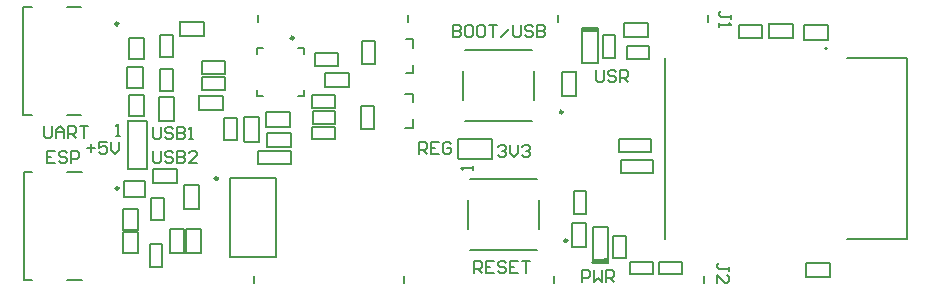
<source format=gto>
G04*
G04 #@! TF.GenerationSoftware,Altium Limited,Altium Designer,24.5.2 (23)*
G04*
G04 Layer_Color=65535*
%FSLAX25Y25*%
%MOIN*%
G70*
G04*
G04 #@! TF.SameCoordinates,906D8F54-8257-410E-A491-0C3AE59FFD44*
G04*
G04*
G04 #@! TF.FilePolarity,Positive*
G04*
G01*
G75*
%ADD10C,0.00984*%
%ADD11C,0.00600*%
%ADD12C,0.00787*%
%ADD13C,0.00500*%
%ADD14R,0.01500X0.01200*%
%ADD15R,0.05000X0.01500*%
%ADD16R,0.00100X0.00200*%
%ADD17R,0.00100X0.00100*%
D10*
X28604Y41679D02*
G03*
X28604Y41679I-492J0D01*
G01*
X176658Y67142D02*
G03*
X176658Y67142I-492J0D01*
G01*
X178158Y24242D02*
G03*
X178158Y24242I-492J0D01*
G01*
X28532Y96571D02*
G03*
X28532Y96571I-492J0D01*
G01*
X86929Y91860D02*
G03*
X86929Y91860I-492J0D01*
G01*
X61689Y44992D02*
G03*
X61689Y44992I-492J0D01*
G01*
D11*
X42200Y64300D02*
G03*
X42300Y64200I100J0D01*
G01*
X37000Y91700D02*
G03*
X36900Y91800I-100J0D01*
G01*
X31500Y75100D02*
G03*
X31600Y75000I100J0D01*
G01*
X37000Y72600D02*
G03*
X36900Y72700I-100J0D01*
G01*
X35100Y34679D02*
G03*
X35000Y34780I-100J0D01*
G01*
X29900Y20321D02*
G03*
X30000Y20221I100J0D01*
G01*
X37400Y38900D02*
G03*
X37500Y39000I0J100D01*
G01*
X85600Y62300D02*
G03*
X85700Y62400I0J100D01*
G01*
X85900Y55400D02*
G03*
X86000Y55500I0J100D01*
G01*
X55400Y72500D02*
G03*
X55300Y72400I0J-100D01*
G01*
X70500Y57400D02*
G03*
X70600Y57300I100J0D01*
G01*
X105368Y75500D02*
G03*
X105468Y75600I0J100D01*
G01*
X56000Y28100D02*
G03*
X55900Y28200I-100J0D01*
G01*
X50400Y28032D02*
G03*
X50300Y28132I-100J0D01*
G01*
X50500Y34900D02*
G03*
X50600Y34800I100J0D01*
G01*
X48100Y43500D02*
G03*
X48200Y43600I0J100D01*
G01*
X265100Y91300D02*
G03*
X265200Y91400I0J100D01*
G01*
X257800Y16800D02*
G03*
X257700Y16700I0J-100D01*
G01*
X49200Y97300D02*
G03*
X49100Y97200I0J-100D01*
G01*
X205100Y92000D02*
G03*
X205200Y92100I0J100D01*
G01*
X245400Y96500D02*
G03*
X245300Y96400I0J-100D01*
G01*
X179600Y22168D02*
G03*
X179700Y22068I100J0D01*
G01*
X181200Y80500D02*
G03*
X181100Y80600I-100J0D01*
G01*
X188300Y95070D02*
G03*
X188100Y95270I-200J0D01*
G01*
X186600Y16970D02*
G03*
X186800Y16770I200J0D01*
G01*
X31700Y64200D02*
G03*
X31600Y64100I0J-100D01*
G01*
X141800Y51700D02*
G03*
X141900Y51600I100J0D01*
G01*
X79100Y49800D02*
X86107D01*
X79100Y54200D02*
X86107D01*
Y49800D02*
Y54000D01*
X75121Y54200D02*
X82621D01*
X75121Y49800D02*
Y54200D01*
Y49800D02*
X82621D01*
X73600Y10100D02*
Y12600D01*
X123600Y10100D02*
Y12600D01*
X173600Y10100D02*
Y12600D01*
X223600Y10100D02*
Y12600D01*
X75000Y97000D02*
Y99500D01*
X125000Y97000D02*
Y99500D01*
X175000Y97000D02*
Y99500D01*
X225000Y97000D02*
Y99500D01*
X39400Y31000D02*
Y38500D01*
X43600D01*
Y31000D02*
Y38500D01*
X39400Y31000D02*
X43600D01*
X180300Y33200D02*
Y40700D01*
X184500D01*
Y33200D02*
Y40700D01*
X180300Y33200D02*
X184500D01*
X56407Y74500D02*
X63907D01*
X56407D02*
Y78700D01*
X63907D01*
Y74500D02*
Y78700D01*
X235400Y96000D02*
X242900D01*
Y91800D02*
Y96000D01*
X235400Y91800D02*
X242900D01*
X235400D02*
Y96000D01*
X42300Y64200D02*
X47000D01*
Y72300D01*
X42200D02*
X47000D01*
X42200Y64300D02*
Y72300D01*
X31900Y91800D02*
X36900D01*
X31900Y84800D02*
Y91800D01*
Y84800D02*
X37000D01*
Y91700D01*
X31500Y75100D02*
Y82000D01*
X36600D01*
Y75000D02*
Y82000D01*
X31600Y75000D02*
X36600D01*
X31900Y72700D02*
X36900D01*
X31900Y65700D02*
Y72700D01*
Y65700D02*
X37000D01*
Y72600D01*
X35100Y27779D02*
Y34679D01*
X30000Y27779D02*
X35100D01*
X30000D02*
Y34780D01*
X35000D01*
X30000Y20221D02*
X35000D01*
Y27220D01*
X29900D02*
X35000D01*
X29900Y20321D02*
Y27220D01*
X30500Y38900D02*
X37400D01*
X30500D02*
Y44000D01*
X37500D01*
Y39000D02*
Y44000D01*
X85700Y62400D02*
Y67100D01*
X77600D02*
X85700D01*
X77600Y62300D02*
Y67100D01*
Y62300D02*
X85600D01*
X77900Y55400D02*
X85900D01*
X77900D02*
Y60200D01*
X86000D01*
Y55500D02*
Y60200D01*
X55300Y67700D02*
Y72400D01*
Y67700D02*
X63400D01*
Y72500D01*
X55400D02*
X63400D01*
X70500Y57400D02*
Y65400D01*
X75300D01*
Y57300D02*
Y65400D01*
X70600Y57300D02*
X75300D01*
X105468Y75600D02*
Y80300D01*
X97368D02*
X105468D01*
X97368Y75500D02*
Y80300D01*
Y75500D02*
X105368D01*
X56000Y20100D02*
Y28100D01*
X51200Y20100D02*
X56000D01*
X51200D02*
Y28200D01*
X55900D01*
X45600Y28132D02*
X50300D01*
X45600Y20032D02*
Y28132D01*
Y20032D02*
X50400D01*
Y28032D01*
X50500Y34900D02*
Y42900D01*
X55300D01*
Y34800D02*
Y42900D01*
X50600Y34800D02*
X55300D01*
X48200Y43600D02*
Y48300D01*
X40100D02*
X48200D01*
X40100Y43500D02*
Y48300D01*
Y43500D02*
X48100D01*
X257100Y91300D02*
X265100D01*
X257100D02*
Y96100D01*
X265200D01*
Y91400D02*
Y96100D01*
X257700Y12000D02*
Y16700D01*
Y12000D02*
X265800D01*
Y16800D01*
X257800D02*
X265800D01*
X49200Y97300D02*
X57200D01*
Y92500D02*
Y97300D01*
X49100Y92500D02*
X57200D01*
X49100D02*
Y97200D01*
X205200Y92100D02*
Y96800D01*
X197100D02*
X205200D01*
X197100Y92000D02*
Y96800D01*
Y92000D02*
X205100D01*
X245400Y96500D02*
X253400D01*
Y91700D02*
Y96500D01*
X245300Y91700D02*
X253400D01*
X245300D02*
Y96400D01*
X179700Y22068D02*
X184400D01*
Y30168D01*
X179600D02*
X184400D01*
X179600Y22168D02*
Y30168D01*
X181200Y72500D02*
Y80500D01*
X176400Y72500D02*
X181200D01*
X176400D02*
Y80600D01*
X181100D01*
X94200Y82500D02*
Y86700D01*
Y82500D02*
X101700D01*
Y86700D01*
X94200D02*
X101700D01*
X63907Y79900D02*
Y84100D01*
X56407D02*
X63907D01*
X56407Y79900D02*
Y84100D01*
Y79900D02*
X63907D01*
X63800Y57700D02*
X68000D01*
Y65200D01*
X63800D02*
X68000D01*
X63800Y57700D02*
Y65200D01*
X93200Y58000D02*
Y62200D01*
Y58000D02*
X100700D01*
Y62200D01*
X93200D02*
X100700D01*
X93200Y68500D02*
Y72700D01*
Y68500D02*
X100700D01*
Y72700D01*
X93200D02*
X100700D01*
X42500Y92900D02*
X46700D01*
X42500Y85400D02*
Y92900D01*
Y85400D02*
X46700D01*
Y92900D01*
X183200Y95270D02*
X188100D01*
X183200Y83370D02*
Y95270D01*
Y83370D02*
X188300D01*
Y95070D01*
X186800Y16770D02*
X191700D01*
Y28670D01*
X186600D02*
X191700D01*
X186600Y16970D02*
Y28670D01*
X42400Y74100D02*
X46600D01*
Y81600D01*
X42400D02*
X46600D01*
X42400Y74100D02*
Y81600D01*
X189900Y92700D02*
X194100D01*
X189900Y85200D02*
Y92700D01*
Y85200D02*
X194100D01*
Y92700D01*
X193500Y18393D02*
X197700D01*
Y25893D01*
X193500D02*
X197700D01*
X193500Y18393D02*
Y25893D01*
X100800Y63300D02*
Y67500D01*
X93300D02*
X100800D01*
X93300Y63300D02*
Y67500D01*
Y63300D02*
X100800D01*
X39000Y22993D02*
X43200D01*
X39000Y15493D02*
Y22993D01*
Y15493D02*
X43200D01*
Y22993D01*
X206600Y13000D02*
Y17200D01*
X199100D02*
X206600D01*
X199100Y13000D02*
Y17200D01*
Y13000D02*
X206600D01*
X216300Y13100D02*
Y17300D01*
X208800D02*
X216300D01*
X208800Y13100D02*
Y17300D01*
Y13100D02*
X216300D01*
X205400Y84900D02*
Y89100D01*
X197900D02*
X205400D01*
X197900Y84900D02*
Y89100D01*
Y84900D02*
X205400D01*
X206107Y53800D02*
Y58000D01*
X198607D02*
X206107D01*
X198607Y53800D02*
X206107D01*
X109800Y90700D02*
X114000D01*
X109800Y83200D02*
Y90700D01*
Y83200D02*
X114000D01*
Y90700D01*
X206707Y46900D02*
Y51100D01*
X199207D02*
X206707D01*
X199207Y46900D02*
X206707D01*
X195400Y53800D02*
Y58000D01*
Y53800D02*
X202357D01*
X195400Y58000D02*
X202693D01*
X195900Y46900D02*
Y51100D01*
Y46900D02*
X203193D01*
X195900Y51100D02*
X203193D01*
X109500Y61607D02*
X113700D01*
Y69107D01*
X109500D02*
X113700D01*
X109500Y61607D02*
Y69107D01*
X31700Y64200D02*
X38000D01*
Y48100D02*
Y64200D01*
X31600Y48100D02*
X38000D01*
X31600D02*
Y64100D01*
X141900Y51600D02*
X152900D01*
Y58000D01*
X141800D02*
X152900D01*
X141800Y51700D02*
Y58000D01*
X187600Y81099D02*
Y77766D01*
X188267Y77100D01*
X189599D01*
X190266Y77766D01*
Y81099D01*
X194264Y80432D02*
X193598Y81099D01*
X192265D01*
X191599Y80432D01*
Y79766D01*
X192265Y79099D01*
X193598D01*
X194264Y78433D01*
Y77766D01*
X193598Y77100D01*
X192265D01*
X191599Y77766D01*
X195597Y77100D02*
Y81099D01*
X197597D01*
X198263Y80432D01*
Y79099D01*
X197597Y78433D01*
X195597D01*
X196930D02*
X198263Y77100D01*
X183100Y10600D02*
Y14599D01*
X185099D01*
X185766Y13932D01*
Y12599D01*
X185099Y11933D01*
X183100D01*
X187099Y14599D02*
Y10600D01*
X188432Y11933D01*
X189764Y10600D01*
Y14599D01*
X191097Y10600D02*
Y14599D01*
X193097D01*
X193763Y13932D01*
Y12599D01*
X193097Y11933D01*
X191097D01*
X192430D02*
X193763Y10600D01*
X147100Y13600D02*
Y17599D01*
X149099D01*
X149766Y16932D01*
Y15599D01*
X149099Y14933D01*
X147100D01*
X148433D02*
X149766Y13600D01*
X153764Y17599D02*
X151099D01*
Y13600D01*
X153764D01*
X151099Y15599D02*
X152432D01*
X157763Y16932D02*
X157097Y17599D01*
X155764D01*
X155097Y16932D01*
Y16266D01*
X155764Y15599D01*
X157097D01*
X157763Y14933D01*
Y14266D01*
X157097Y13600D01*
X155764D01*
X155097Y14266D01*
X161762Y17599D02*
X159096D01*
Y13600D01*
X161762D01*
X159096Y15599D02*
X160429D01*
X163095Y17599D02*
X165761D01*
X164428D01*
Y13600D01*
X140100Y96099D02*
Y92100D01*
X142099D01*
X142766Y92766D01*
Y93433D01*
X142099Y94099D01*
X140100D01*
X142099D01*
X142766Y94766D01*
Y95432D01*
X142099Y96099D01*
X140100D01*
X146098D02*
X144765D01*
X144099Y95432D01*
Y92766D01*
X144765Y92100D01*
X146098D01*
X146765Y92766D01*
Y95432D01*
X146098Y96099D01*
X150097D02*
X148764D01*
X148097Y95432D01*
Y92766D01*
X148764Y92100D01*
X150097D01*
X150763Y92766D01*
Y95432D01*
X150097Y96099D01*
X152096D02*
X154762D01*
X153429D01*
Y92100D01*
X156095D02*
X158761Y94766D01*
X160094Y96099D02*
Y92766D01*
X160760Y92100D01*
X162093D01*
X162759Y92766D01*
Y96099D01*
X166758Y95432D02*
X166092Y96099D01*
X164759D01*
X164092Y95432D01*
Y94766D01*
X164759Y94099D01*
X166092D01*
X166758Y93433D01*
Y92766D01*
X166092Y92100D01*
X164759D01*
X164092Y92766D01*
X168091Y96099D02*
Y92100D01*
X170090D01*
X170757Y92766D01*
Y93433D01*
X170090Y94099D01*
X168091D01*
X170090D01*
X170757Y94766D01*
Y95432D01*
X170090Y96099D01*
X168091D01*
X128600Y53100D02*
Y57099D01*
X130599D01*
X131266Y56432D01*
Y55099D01*
X130599Y54433D01*
X128600D01*
X129933D02*
X131266Y53100D01*
X135265Y57099D02*
X132599D01*
Y53100D01*
X135265D01*
X132599Y55099D02*
X133932D01*
X139263Y56432D02*
X138597Y57099D01*
X137264D01*
X136597Y56432D01*
Y53766D01*
X137264Y53100D01*
X138597D01*
X139263Y53766D01*
Y55099D01*
X137930D01*
X155100Y55432D02*
X155766Y56099D01*
X157099D01*
X157766Y55432D01*
Y54766D01*
X157099Y54099D01*
X156433D01*
X157099D01*
X157766Y53433D01*
Y52766D01*
X157099Y52100D01*
X155766D01*
X155100Y52766D01*
X159099Y56099D02*
Y53433D01*
X160432Y52100D01*
X161765Y53433D01*
Y56099D01*
X163097Y55432D02*
X163764Y56099D01*
X165097D01*
X165763Y55432D01*
Y54766D01*
X165097Y54099D01*
X164430D01*
X165097D01*
X165763Y53433D01*
Y52766D01*
X165097Y52100D01*
X163764D01*
X163097Y52766D01*
X40100Y54099D02*
Y50766D01*
X40766Y50100D01*
X42099D01*
X42766Y50766D01*
Y54099D01*
X46764Y53432D02*
X46098Y54099D01*
X44765D01*
X44099Y53432D01*
Y52766D01*
X44765Y52099D01*
X46098D01*
X46764Y51433D01*
Y50766D01*
X46098Y50100D01*
X44765D01*
X44099Y50766D01*
X48097Y54099D02*
Y50100D01*
X50097D01*
X50763Y50766D01*
Y51433D01*
X50097Y52099D01*
X48097D01*
X50097D01*
X50763Y52766D01*
Y53432D01*
X50097Y54099D01*
X48097D01*
X54762Y50100D02*
X52096D01*
X54762Y52766D01*
Y53432D01*
X54096Y54099D01*
X52763D01*
X52096Y53432D01*
X18100Y55099D02*
X20766D01*
X19433Y56432D02*
Y53766D01*
X24765Y57099D02*
X22099D01*
Y55099D01*
X23432Y55766D01*
X24098D01*
X24765Y55099D01*
Y53766D01*
X24098Y53100D01*
X22765D01*
X22099Y53766D01*
X26097Y57099D02*
Y54433D01*
X27430Y53100D01*
X28763Y54433D01*
Y57099D01*
X40100Y62099D02*
Y58766D01*
X40766Y58100D01*
X42099D01*
X42766Y58766D01*
Y62099D01*
X46764Y61432D02*
X46098Y62099D01*
X44765D01*
X44099Y61432D01*
Y60766D01*
X44765Y60099D01*
X46098D01*
X46764Y59433D01*
Y58766D01*
X46098Y58100D01*
X44765D01*
X44099Y58766D01*
X48097Y62099D02*
Y58100D01*
X50097D01*
X50763Y58766D01*
Y59433D01*
X50097Y60099D01*
X48097D01*
X50097D01*
X50763Y60766D01*
Y61432D01*
X50097Y62099D01*
X48097D01*
X52096Y58100D02*
X53429D01*
X52763D01*
Y62099D01*
X52096Y61432D01*
X3600Y62599D02*
Y59266D01*
X4266Y58600D01*
X5599D01*
X6266Y59266D01*
Y62599D01*
X7599Y58600D02*
Y61266D01*
X8932Y62599D01*
X10265Y61266D01*
Y58600D01*
Y60599D01*
X7599D01*
X11597Y58600D02*
Y62599D01*
X13597D01*
X14263Y61932D01*
Y60599D01*
X13597Y59933D01*
X11597D01*
X12930D02*
X14263Y58600D01*
X15596Y62599D02*
X18262D01*
X16929D01*
Y58600D01*
X7266Y54099D02*
X4600D01*
Y50100D01*
X7266D01*
X4600Y52099D02*
X5933D01*
X11265Y53432D02*
X10598Y54099D01*
X9265D01*
X8599Y53432D01*
Y52766D01*
X9265Y52099D01*
X10598D01*
X11265Y51433D01*
Y50766D01*
X10598Y50100D01*
X9265D01*
X8599Y50766D01*
X12597Y50100D02*
Y54099D01*
X14597D01*
X15263Y53432D01*
Y52099D01*
X14597Y51433D01*
X12597D01*
X232099Y14234D02*
Y15567D01*
Y14901D01*
X228766D01*
X228100Y15567D01*
Y16233D01*
X228766Y16900D01*
X228100Y10236D02*
Y12901D01*
X230766Y10236D01*
X231432D01*
X232099Y10902D01*
Y12235D01*
X231432Y12901D01*
X232599Y98234D02*
Y99567D01*
Y98901D01*
X229266D01*
X228600Y99567D01*
Y100234D01*
X229266Y100900D01*
X228600Y96901D02*
Y95568D01*
Y96235D01*
X232599D01*
X231932Y96901D01*
X27800Y59300D02*
X29133D01*
X28466D01*
Y63299D01*
X27800Y62632D01*
X146700Y47800D02*
Y49133D01*
Y48466D01*
X142701D01*
X143368Y47800D01*
D12*
X264823Y88268D02*
G03*
X264823Y88268I-394J0D01*
G01*
X-3089Y11108D02*
X-235D01*
X11379D02*
X16301D01*
X-3089D02*
Y47092D01*
X-235D01*
X11379D02*
X16301D01*
X144178Y64189D02*
X166422D01*
X143489Y71177D02*
Y80823D01*
X144178Y87811D02*
X166422D01*
X167111Y71177D02*
Y80823D01*
X168611Y28277D02*
Y37923D01*
X145678Y44911D02*
X167922D01*
X144989Y28277D02*
Y37923D01*
X145678Y21289D02*
X167922D01*
X126801Y88595D02*
Y91449D01*
X124242D02*
X126801D01*
Y80032D02*
Y82886D01*
X124242Y80032D02*
X126801D01*
X-3161Y66000D02*
X-307D01*
X11307D02*
X16228D01*
X-3161D02*
Y101984D01*
X-307D01*
X11307D02*
X16228D01*
X88406Y88374D02*
X90374D01*
Y86405D02*
Y88374D01*
X74626D02*
X76595D01*
X74626Y86405D02*
Y88374D01*
X88406Y72626D02*
X90374D01*
Y74594D01*
X74626Y72626D02*
X76595D01*
X74626D02*
Y74594D01*
X65823Y18811D02*
X81177D01*
X65823Y45189D02*
X81177D01*
Y18811D02*
Y45189D01*
X65823Y18811D02*
Y45189D01*
X124058Y61891D02*
X126617D01*
Y64746D01*
X124058Y73309D02*
X126617D01*
Y70454D02*
Y73309D01*
D13*
X291299Y24685D02*
Y85315D01*
X271417Y24685D02*
X291299D01*
X210591D02*
Y85315D01*
X271417D02*
X291299D01*
D14*
X183750Y94370D02*
D03*
X191150Y17670D02*
D03*
D15*
X186000Y94520D02*
D03*
X188900Y17520D02*
D03*
D16*
X188350Y95270D02*
D03*
X186550Y16770D02*
D03*
D17*
X188450Y95220D02*
D03*
X186450Y16820D02*
D03*
M02*

</source>
